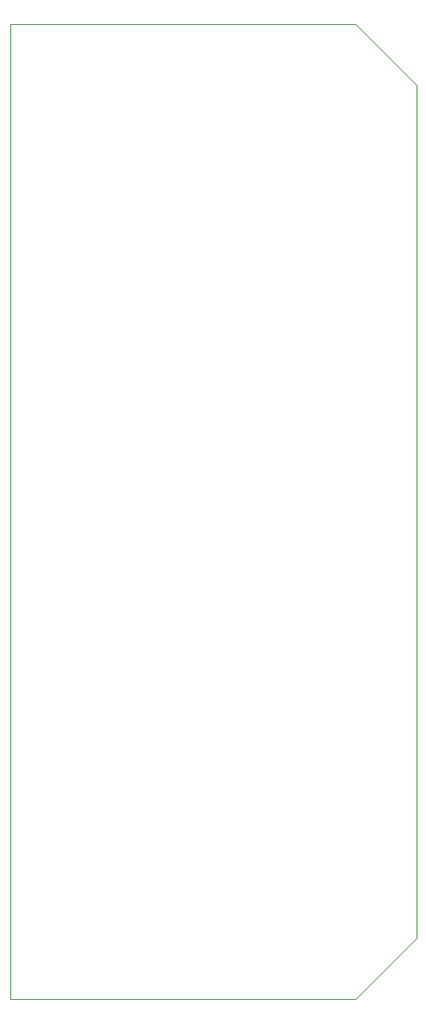
<source format=gbr>
%TF.GenerationSoftware,KiCad,Pcbnew,7.0.8*%
%TF.CreationDate,2024-03-13T10:59:52-04:00*%
%TF.ProjectId,INPUT,494e5055-542e-46b6-9963-61645f706362,rev?*%
%TF.SameCoordinates,Original*%
%TF.FileFunction,Profile,NP*%
%FSLAX46Y46*%
G04 Gerber Fmt 4.6, Leading zero omitted, Abs format (unit mm)*
G04 Created by KiCad (PCBNEW 7.0.8) date 2024-03-13 10:59:52*
%MOMM*%
%LPD*%
G01*
G04 APERTURE LIST*
%TA.AperFunction,Profile*%
%ADD10C,0.050000*%
%TD*%
G04 APERTURE END LIST*
D10*
X34000000Y0D02*
X0Y0D01*
X0Y-96000000D02*
X34000000Y-96000000D01*
X40000000Y-90000000D02*
X40000000Y-6000000D01*
X40000000Y-90000000D02*
X34000000Y-96000000D01*
X40000000Y-6000000D02*
X34000000Y0D01*
X0Y0D02*
X0Y-96000000D01*
M02*

</source>
